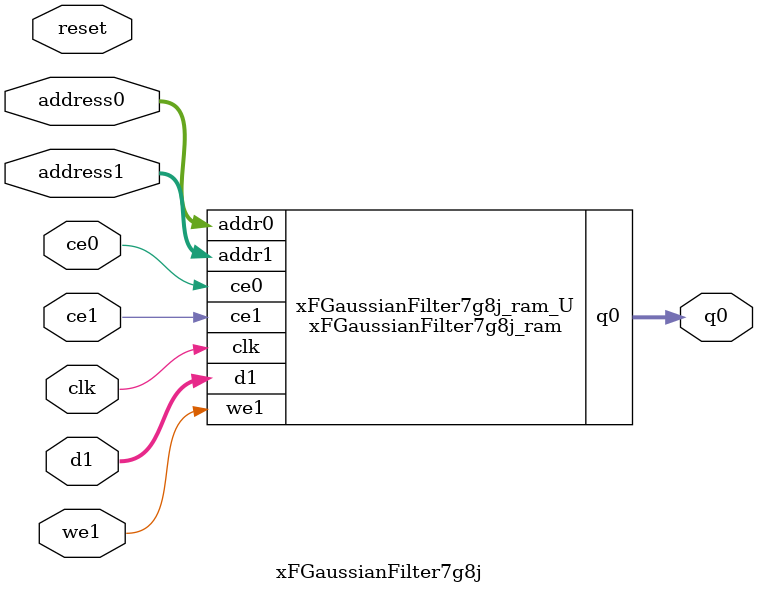
<source format=v>
`timescale 1 ns / 1 ps
module xFGaussianFilter7g8j_ram (addr0, ce0, q0, addr1, ce1, d1, we1,  clk);

parameter DWIDTH = 8;
parameter AWIDTH = 10;
parameter MEM_SIZE = 640;

input[AWIDTH-1:0] addr0;
input ce0;
output wire[DWIDTH-1:0] q0;
input[AWIDTH-1:0] addr1;
input ce1;
input[DWIDTH-1:0] d1;
input we1;
input clk;

(* ram_style = "block" *)reg [DWIDTH-1:0] ram[0:MEM_SIZE-1];
reg [DWIDTH-1:0] q0_t0;
reg [DWIDTH-1:0] q0_t1;


assign q0 = q0_t1;

always @(posedge clk)  
begin
    if (ce0) 
    begin
        q0_t1 <= q0_t0;
    end
end


always @(posedge clk)  
begin 
    if (ce0) 
    begin
        q0_t0 <= ram[addr0];
    end
end


always @(posedge clk)  
begin 
    if (ce1) 
    begin
        if (we1) 
        begin 
            ram[addr1] <= d1; 
        end 
    end
end


endmodule

`timescale 1 ns / 1 ps
module xFGaussianFilter7g8j(
    reset,
    clk,
    address0,
    ce0,
    q0,
    address1,
    ce1,
    we1,
    d1);

parameter DataWidth = 32'd8;
parameter AddressRange = 32'd640;
parameter AddressWidth = 32'd10;
input reset;
input clk;
input[AddressWidth - 1:0] address0;
input ce0;
output[DataWidth - 1:0] q0;
input[AddressWidth - 1:0] address1;
input ce1;
input we1;
input[DataWidth - 1:0] d1;



xFGaussianFilter7g8j_ram xFGaussianFilter7g8j_ram_U(
    .clk( clk ),
    .addr0( address0 ),
    .ce0( ce0 ),
    .q0( q0 ),
    .addr1( address1 ),
    .ce1( ce1 ),
    .we1( we1 ),
    .d1( d1 ));

endmodule


</source>
